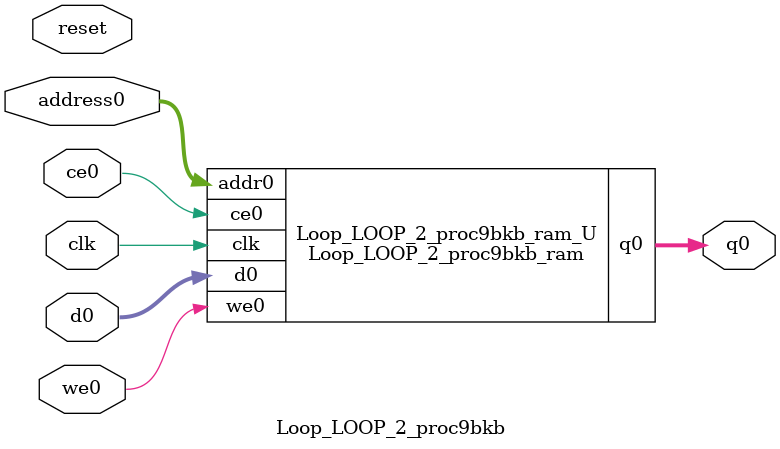
<source format=v>

`timescale 1 ns / 1 ps
module Loop_LOOP_2_proc9bkb_ram (addr0, ce0, d0, we0, q0,  clk);

parameter DWIDTH = 32;
parameter AWIDTH = 17;
parameter MEM_SIZE = 86240;

input[AWIDTH-1:0] addr0;
input ce0;
input[DWIDTH-1:0] d0;
input we0;
output reg[DWIDTH-1:0] q0;
input clk;

(* ram_style = "block" *)reg [DWIDTH-1:0] ram[0:MEM_SIZE-1];




always @(posedge clk)  
begin 
    if (ce0) 
    begin
        if (we0) 
        begin 
            ram[addr0] <= d0; 
            q0 <= d0;
        end 
        else 
            q0 <= ram[addr0];
    end
end


endmodule


`timescale 1 ns / 1 ps
module Loop_LOOP_2_proc9bkb(
    reset,
    clk,
    address0,
    ce0,
    we0,
    d0,
    q0);

parameter DataWidth = 32'd32;
parameter AddressRange = 32'd86240;
parameter AddressWidth = 32'd17;
input reset;
input clk;
input[AddressWidth - 1:0] address0;
input ce0;
input we0;
input[DataWidth - 1:0] d0;
output[DataWidth - 1:0] q0;



Loop_LOOP_2_proc9bkb_ram Loop_LOOP_2_proc9bkb_ram_U(
    .clk( clk ),
    .addr0( address0 ),
    .ce0( ce0 ),
    .we0( we0 ),
    .d0( d0 ),
    .q0( q0 ));

endmodule


</source>
